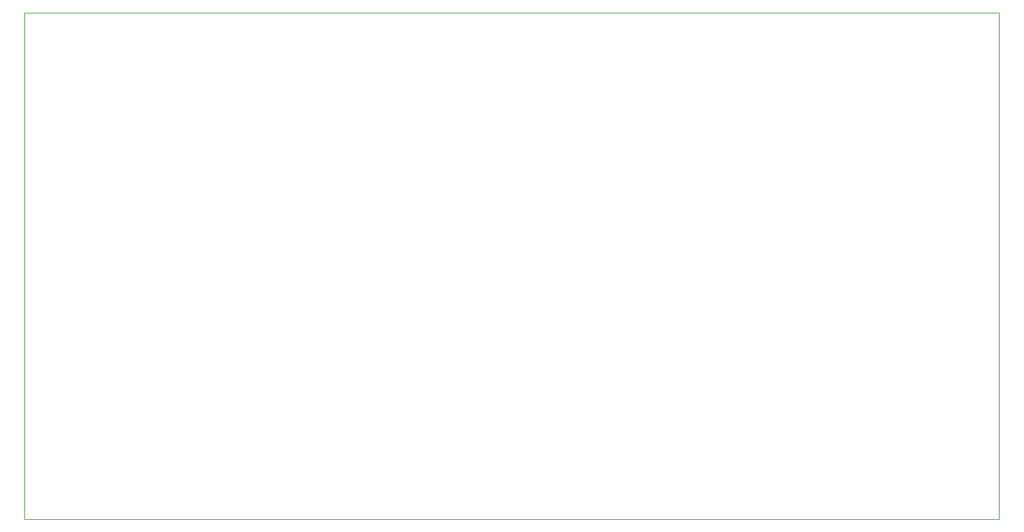
<source format=gm1>
%TF.GenerationSoftware,KiCad,Pcbnew,8.0.3-8.0.3-0~ubuntu24.04.1*%
%TF.CreationDate,2024-07-09T09:34:28+02:00*%
%TF.ProjectId,MainBoard,4d61696e-426f-4617-9264-2e6b69636164,rev?*%
%TF.SameCoordinates,Original*%
%TF.FileFunction,Profile,NP*%
%FSLAX46Y46*%
G04 Gerber Fmt 4.6, Leading zero omitted, Abs format (unit mm)*
G04 Created by KiCad (PCBNEW 8.0.3-8.0.3-0~ubuntu24.04.1) date 2024-07-09 09:34:28*
%MOMM*%
%LPD*%
G01*
G04 APERTURE LIST*
%TA.AperFunction,Profile*%
%ADD10C,0.050000*%
%TD*%
G04 APERTURE END LIST*
D10*
X27000000Y-42875000D02*
X155790000Y-42875000D01*
X155790000Y-109875000D01*
X27000000Y-109875000D01*
X27000000Y-42875000D01*
M02*

</source>
